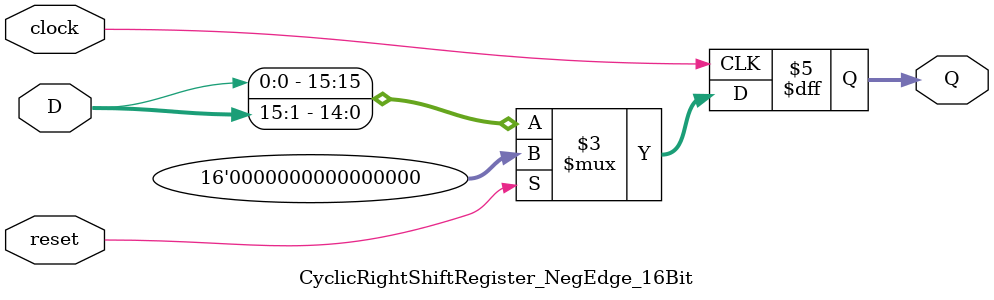
<source format=v>
module CyclicRightShiftRegister_NegEdge_16Bit (clock, reset, D, Q);
    input clock;
    input reset;
    input [15:0] D;
    output reg [15:0] Q;

    always @(negedge clock)
    begin
        if (reset)
            Q <= 16'b0000000000000000;
        else
            Q <= {D[0], D[15:1]};        
    end
endmodule

</source>
